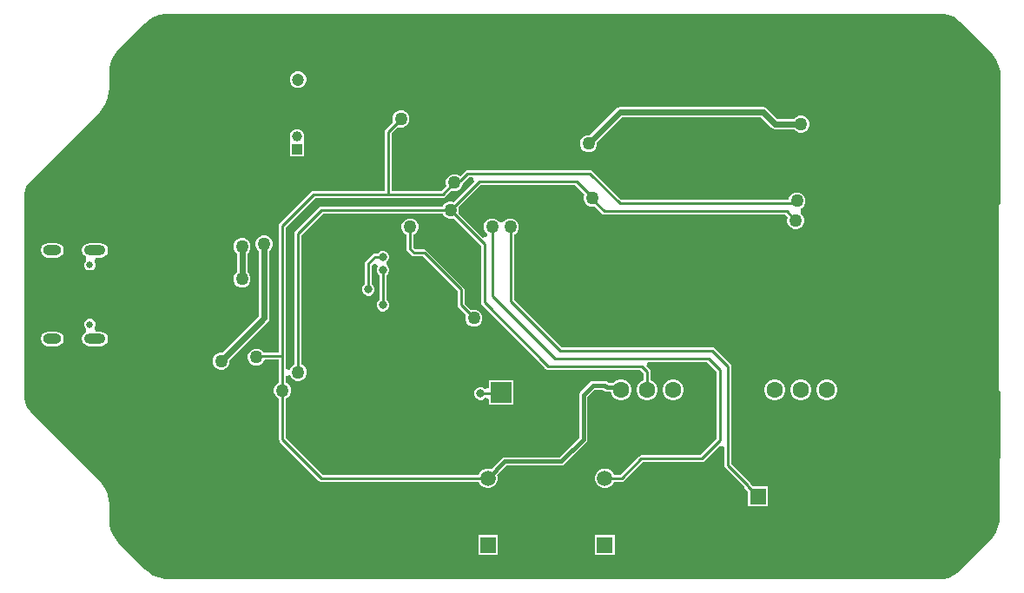
<source format=gbl>
G04*
G04 #@! TF.GenerationSoftware,Altium Limited,Altium Designer,23.2.1 (34)*
G04*
G04 Layer_Physical_Order=2*
G04 Layer_Color=16711680*
%FSLAX44Y44*%
%MOMM*%
G71*
G04*
G04 #@! TF.SameCoordinates,8496A63A-E985-4FE9-BA7E-BC2AAF8C8172*
G04*
G04*
G04 #@! TF.FilePolarity,Positive*
G04*
G01*
G75*
%ADD11C,0.2540*%
%ADD19R,2.0000X2.0000*%
%ADD101C,0.4000*%
%ADD102C,0.6000*%
%ADD104C,1.6000*%
%ADD105R,1.6000X1.6000*%
%ADD106C,1.5080*%
%ADD107R,1.5080X1.5080*%
%ADD108R,1.2000X1.2000*%
%ADD109C,1.2000*%
%ADD110O,2.1000X1.0000*%
%ADD111C,0.6500*%
%ADD112O,1.8000X1.0000*%
%ADD113C,1.0000*%
%ADD114R,1.0000X1.0000*%
%ADD115R,1.5500X1.5500*%
%ADD116C,1.5500*%
%ADD117C,0.8000*%
%ADD118C,1.2700*%
G36*
X1256714Y1169416D02*
X1259269D01*
X1264281Y1168419D01*
X1269003Y1166463D01*
X1273252Y1163624D01*
X1275059Y1161817D01*
X1305290Y1131586D01*
X1307468Y1129408D01*
X1310891Y1124286D01*
X1313248Y1118594D01*
X1314450Y1112552D01*
Y1109472D01*
Y983637D01*
X1313876Y983400D01*
X1313242Y981869D01*
Y802799D01*
X1313876Y801268D01*
X1314450Y801031D01*
Y737367D01*
X1313766Y733552D01*
X1313766Y733552D01*
X1313766Y733552D01*
Y678180D01*
Y675100D01*
X1312565Y669058D01*
X1310207Y663366D01*
X1307266Y658965D01*
X1304606Y656066D01*
X1304606D01*
X1304606Y656066D01*
X1274375Y625835D01*
X1272568Y624028D01*
X1268319Y621189D01*
X1263598Y619233D01*
X1258585Y618236D01*
X500094D01*
X494052Y619438D01*
X488360Y621795D01*
X483238Y625218D01*
X481060Y627396D01*
X454930Y653526D01*
X452752Y655704D01*
X449329Y660826D01*
X446972Y666518D01*
X445770Y672560D01*
Y675640D01*
Y691642D01*
X445619Y694707D01*
X444423Y700720D01*
X442077Y706384D01*
X438671Y711482D01*
X436610Y713756D01*
X436610Y713756D01*
X370404Y779962D01*
X368696Y781670D01*
X366012Y785687D01*
X364163Y790151D01*
X363220Y794890D01*
Y797306D01*
Y990346D01*
Y992762D01*
X364163Y997501D01*
X366012Y1001964D01*
X368696Y1005982D01*
X370404Y1007690D01*
X370404D01*
X436610Y1073896D01*
X438671Y1076170D01*
X442077Y1081268D01*
X444423Y1086932D01*
X445619Y1092945D01*
X445770Y1096010D01*
Y1112012D01*
Y1115092D01*
X446972Y1121134D01*
X449329Y1126826D01*
X452752Y1131948D01*
X454930Y1134126D01*
Y1134126D01*
X481060Y1160256D01*
X483238Y1162434D01*
X488360Y1165857D01*
X494052Y1168214D01*
X500094Y1169416D01*
X503174D01*
X1256714Y1169416D01*
D02*
G37*
%LPC*%
G36*
X631671Y1113226D02*
X628489D01*
X625548Y1112008D01*
X623298Y1109757D01*
X622080Y1106817D01*
Y1103634D01*
X623298Y1100694D01*
X625548Y1098444D01*
X628489Y1097226D01*
X631671D01*
X634612Y1098444D01*
X636862Y1100694D01*
X638080Y1103634D01*
Y1106817D01*
X636862Y1109757D01*
X634612Y1112008D01*
X631671Y1113226D01*
D02*
G37*
G36*
X731911Y1075150D02*
X728589D01*
X725520Y1073879D01*
X723171Y1071530D01*
X721900Y1068461D01*
Y1065139D01*
X722478Y1063743D01*
X715192Y1056458D01*
X714470Y1055376D01*
X714216Y1054100D01*
Y996474D01*
X645160D01*
X643884Y996220D01*
X642803Y995498D01*
X612323Y965017D01*
X611600Y963936D01*
X611346Y962660D01*
Y838994D01*
X596411D01*
X596359Y839120D01*
X594010Y841469D01*
X590941Y842740D01*
X587619D01*
X584550Y841469D01*
X582201Y839120D01*
X580930Y836051D01*
Y832729D01*
X582201Y829660D01*
X584550Y827311D01*
X587619Y826040D01*
X590941D01*
X594010Y827311D01*
X596359Y829660D01*
X597463Y832326D01*
X611346D01*
Y809625D01*
X610054Y809090D01*
X607705Y806741D01*
X606434Y803672D01*
Y800350D01*
X607705Y797281D01*
X610054Y794932D01*
X611450Y794354D01*
Y754276D01*
X611703Y753000D01*
X612426Y751919D01*
X650423Y713923D01*
X651504Y713200D01*
X652780Y712946D01*
X806139D01*
X806996Y710876D01*
X809680Y708192D01*
X813186Y706740D01*
X816982D01*
X820488Y708192D01*
X823172Y710876D01*
X824624Y714382D01*
Y718178D01*
X824075Y719503D01*
X833283Y728712D01*
X886460D01*
X886460Y728712D01*
X888021Y729022D01*
X889344Y729906D01*
X910934Y751496D01*
X910934Y751496D01*
X911818Y752819D01*
X912128Y754380D01*
X912128Y754380D01*
Y795871D01*
X919170Y802913D01*
X927191D01*
X928051Y802052D01*
X928051Y802052D01*
X929374Y801168D01*
X930935Y800858D01*
X934880D01*
Y800651D01*
X936402Y796975D01*
X939215Y794162D01*
X942891Y792640D01*
X946869D01*
X950545Y794162D01*
X953358Y796975D01*
X954880Y800651D01*
Y804629D01*
X953358Y808305D01*
X950545Y811118D01*
X946869Y812640D01*
X942891D01*
X939215Y811118D01*
X937112Y809014D01*
X932624D01*
X931764Y809875D01*
X930441Y810759D01*
X928880Y811069D01*
X928880Y811069D01*
X917481D01*
X917481Y811069D01*
X915920Y810759D01*
X914597Y809875D01*
X914597Y809875D01*
X905166Y800444D01*
X904282Y799121D01*
X903972Y797560D01*
X903972Y797560D01*
Y756069D01*
X884771Y736868D01*
X831594D01*
X831594Y736868D01*
X830033Y736558D01*
X828710Y735674D01*
X828710Y735674D01*
X818307Y725271D01*
X816982Y725820D01*
X813186D01*
X809680Y724368D01*
X806996Y721684D01*
X806139Y719614D01*
X654161D01*
X618118Y755657D01*
Y794354D01*
X619514Y794932D01*
X621862Y797281D01*
X623134Y800350D01*
Y803672D01*
X621862Y806741D01*
X619514Y809090D01*
X618014Y809711D01*
Y816513D01*
X622014Y817308D01*
X622945Y815061D01*
X625294Y812712D01*
X628363Y811441D01*
X631685D01*
X634754Y812712D01*
X637103Y815061D01*
X638374Y818130D01*
Y821452D01*
X637103Y824521D01*
X634754Y826870D01*
X633254Y827491D01*
Y953659D01*
X654161Y974566D01*
X770853D01*
X771431Y973170D01*
X773780Y970821D01*
X776849Y969550D01*
X780171D01*
X781567Y970128D01*
X808196Y943499D01*
Y887730D01*
X808450Y886454D01*
X809173Y885372D01*
X871403Y823142D01*
X872484Y822420D01*
X873760Y822166D01*
X963819D01*
X966946Y819039D01*
Y812083D01*
X964615Y811118D01*
X961802Y808305D01*
X960280Y804629D01*
Y800651D01*
X961802Y796975D01*
X964615Y794162D01*
X968291Y792640D01*
X972269D01*
X975945Y794162D01*
X978758Y796975D01*
X980280Y800651D01*
Y804629D01*
X978758Y808305D01*
X975945Y811118D01*
X973614Y812083D01*
Y820420D01*
X973360Y821696D01*
X972637Y822778D01*
X969629Y825786D01*
X971286Y829786D01*
X1028911D01*
X1038066Y820631D01*
Y754491D01*
X1022239Y738664D01*
X964575D01*
X963299Y738410D01*
X962217Y737688D01*
X944144Y719614D01*
X937928D01*
X937071Y721684D01*
X934387Y724368D01*
X930881Y725820D01*
X927086D01*
X923579Y724368D01*
X920896Y721684D01*
X919443Y718178D01*
Y714382D01*
X920896Y710876D01*
X923579Y708192D01*
X927086Y706740D01*
X930881D01*
X934387Y708192D01*
X937071Y710876D01*
X937928Y712946D01*
X945525D01*
X946801Y713200D01*
X947883Y713923D01*
X965956Y731996D01*
X1023620D01*
X1024896Y732250D01*
X1025977Y732972D01*
X1041686Y748681D01*
X1045686Y747024D01*
Y729010D01*
X1045940Y727735D01*
X1046663Y726653D01*
X1064859Y708456D01*
X1065093Y707281D01*
X1065816Y706199D01*
X1068480Y703535D01*
Y688750D01*
X1087980D01*
Y708250D01*
X1073195D01*
X1071487Y709958D01*
X1071253Y711133D01*
X1070531Y712215D01*
X1052354Y730391D01*
Y825426D01*
X1052100Y826702D01*
X1051377Y827783D01*
X1036063Y843098D01*
X1034982Y843820D01*
X1033706Y844074D01*
X886571D01*
X840264Y890381D01*
Y953733D01*
X841660Y954311D01*
X844009Y956660D01*
X845280Y959729D01*
Y963051D01*
X844009Y966120D01*
X841660Y968469D01*
X838591Y969740D01*
X835269D01*
X832200Y968469D01*
X830351Y966620D01*
X828040Y966340D01*
X825729Y966620D01*
X823880Y968469D01*
X820811Y969740D01*
X817489D01*
X814420Y968469D01*
X812071Y966120D01*
X810800Y963051D01*
Y959729D01*
X812071Y956660D01*
X814133Y954598D01*
X814222Y952647D01*
X814213Y952569D01*
X810012Y951113D01*
X786282Y974843D01*
X786860Y976239D01*
Y979561D01*
X786282Y980957D01*
X807831Y1002506D01*
X900319D01*
X909540Y993285D01*
X908590Y990991D01*
Y987669D01*
X909861Y984600D01*
X912210Y982251D01*
X915279Y980980D01*
X918601D01*
X919099Y981186D01*
X926012Y974273D01*
X927094Y973550D01*
X928370Y973296D01*
X1104561D01*
X1107055Y970235D01*
X1106710Y969401D01*
Y966079D01*
X1107981Y963010D01*
X1110330Y960661D01*
X1113399Y959390D01*
X1116721D01*
X1119790Y960661D01*
X1122139Y963010D01*
X1123410Y966079D01*
Y969401D01*
X1122139Y972470D01*
X1119790Y974819D01*
X1119745Y974837D01*
Y979167D01*
X1121060Y979711D01*
X1123409Y982060D01*
X1124680Y985129D01*
Y988451D01*
X1123409Y991520D01*
X1121060Y993869D01*
X1117991Y995140D01*
X1114669D01*
X1111600Y993869D01*
X1109251Y991520D01*
X1107980Y988451D01*
Y987584D01*
X944991D01*
X916758Y1015817D01*
X915676Y1016540D01*
X914400Y1016794D01*
X795238D01*
X793962Y1016540D01*
X792880Y1015817D01*
X787881Y1010818D01*
X787050Y1011649D01*
X783981Y1012920D01*
X780659D01*
X777590Y1011649D01*
X775241Y1009300D01*
X773970Y1006231D01*
Y1002909D01*
X774548Y1001513D01*
X769509Y996474D01*
X720884D01*
Y1052719D01*
X727193Y1059028D01*
X728589Y1058450D01*
X731911D01*
X734980Y1059721D01*
X737329Y1062070D01*
X738600Y1065139D01*
Y1068461D01*
X737329Y1071530D01*
X734980Y1073879D01*
X731911Y1075150D01*
D02*
G37*
G36*
X1083310Y1078248D02*
X943610D01*
X941659Y1077860D01*
X940005Y1076755D01*
X914270Y1051020D01*
X911469D01*
X908400Y1049749D01*
X906051Y1047400D01*
X904780Y1044331D01*
Y1041009D01*
X906051Y1037940D01*
X908400Y1035591D01*
X911469Y1034320D01*
X914791D01*
X917860Y1035591D01*
X920209Y1037940D01*
X921480Y1041009D01*
Y1043810D01*
X945722Y1068052D01*
X1081198D01*
X1091135Y1058115D01*
X1092789Y1057010D01*
X1094740Y1056622D01*
X1113429D01*
X1115410Y1054641D01*
X1118479Y1053370D01*
X1121801D01*
X1124870Y1054641D01*
X1127219Y1056990D01*
X1128490Y1060059D01*
Y1063381D01*
X1127219Y1066450D01*
X1124870Y1068799D01*
X1121801Y1070070D01*
X1118479D01*
X1115410Y1068799D01*
X1113429Y1066818D01*
X1096852D01*
X1086915Y1076755D01*
X1085261Y1077860D01*
X1083310Y1078248D01*
D02*
G37*
G36*
X630411Y1056752D02*
X627626D01*
X625053Y1055687D01*
X623084Y1053718D01*
X622019Y1051145D01*
Y1048360D01*
X622146Y1048052D01*
X622019Y1044052D01*
X622019D01*
Y1030052D01*
X636019D01*
Y1044052D01*
X636019D01*
X635891Y1048052D01*
X636019Y1048360D01*
Y1051145D01*
X634953Y1053718D01*
X632984Y1055687D01*
X630411Y1056752D01*
D02*
G37*
G36*
X394245Y945687D02*
X386245D01*
X383514Y945144D01*
X381198Y943597D01*
X379651Y941281D01*
X379108Y938550D01*
X379651Y935819D01*
X381198Y933503D01*
X383514Y931956D01*
X386245Y931413D01*
X394245D01*
X396976Y931956D01*
X399292Y933503D01*
X400839Y935819D01*
X401382Y938550D01*
X400839Y941281D01*
X399292Y943597D01*
X396976Y945144D01*
X394245Y945687D01*
D02*
G37*
G36*
X437545D02*
X426545D01*
X423814Y945144D01*
X421498Y943597D01*
X419951Y941281D01*
X419408Y938550D01*
X419951Y935819D01*
X421498Y933503D01*
X422920Y932553D01*
X423332Y931175D01*
X423502Y929319D01*
X423342Y927972D01*
X422594Y927224D01*
X421795Y925294D01*
Y923206D01*
X422594Y921276D01*
X424071Y919799D01*
X426001Y919000D01*
X428089D01*
X430019Y919799D01*
X431496Y921276D01*
X432295Y923206D01*
Y925294D01*
X431496Y927224D01*
X431307Y927413D01*
X432964Y931413D01*
X437545D01*
X440276Y931956D01*
X442592Y933503D01*
X444139Y935819D01*
X444682Y938550D01*
X444139Y941281D01*
X442592Y943597D01*
X440276Y945144D01*
X437545Y945687D01*
D02*
G37*
G36*
X576971Y950690D02*
X573649D01*
X570580Y949419D01*
X568231Y947070D01*
X566960Y944001D01*
Y940679D01*
X568231Y937610D01*
X570212Y935629D01*
Y917301D01*
X568231Y915320D01*
X566960Y912251D01*
Y908929D01*
X568231Y905860D01*
X570580Y903511D01*
X573649Y902240D01*
X576971D01*
X580040Y903511D01*
X582389Y905860D01*
X583660Y908929D01*
Y912251D01*
X582389Y915320D01*
X580408Y917301D01*
Y935629D01*
X582389Y937610D01*
X583660Y940679D01*
Y944001D01*
X582389Y947070D01*
X580040Y949419D01*
X576971Y950690D01*
D02*
G37*
G36*
X713663Y938180D02*
X711276D01*
X709071Y937267D01*
X707383Y935579D01*
X707357Y935514D01*
X704850D01*
X703574Y935260D01*
X702492Y934538D01*
X696143Y928187D01*
X695420Y927106D01*
X695166Y925830D01*
Y905543D01*
X695101Y905517D01*
X693413Y903829D01*
X692500Y901624D01*
Y899237D01*
X693413Y897031D01*
X695101Y895343D01*
X697307Y894430D01*
X699694D01*
X701899Y895343D01*
X703587Y897031D01*
X704500Y899237D01*
Y901624D01*
X703587Y903829D01*
X701899Y905517D01*
X701834Y905543D01*
Y923892D01*
X704938Y926613D01*
X705065Y926586D01*
X706358Y925026D01*
X707351Y922799D01*
X706470Y920674D01*
Y918287D01*
X707383Y916081D01*
X709071Y914393D01*
X709136Y914367D01*
Y890303D01*
X709071Y890277D01*
X707383Y888589D01*
X706470Y886384D01*
Y883997D01*
X707383Y881791D01*
X709071Y880103D01*
X711276Y879190D01*
X713663D01*
X715869Y880103D01*
X717557Y881791D01*
X718470Y883997D01*
Y886384D01*
X717557Y888589D01*
X715869Y890277D01*
X715804Y890303D01*
Y914367D01*
X715869Y914393D01*
X717557Y916081D01*
X718470Y918287D01*
Y920674D01*
X717557Y922879D01*
X717143Y923292D01*
X716292Y925830D01*
X717143Y928368D01*
X717557Y928781D01*
X718470Y930986D01*
Y933373D01*
X717557Y935579D01*
X715869Y937267D01*
X713663Y938180D01*
D02*
G37*
G36*
X740801Y969740D02*
X737479D01*
X734410Y968469D01*
X732061Y966120D01*
X730790Y963051D01*
Y959729D01*
X732061Y956660D01*
X734410Y954311D01*
X735806Y953733D01*
Y939800D01*
X736060Y938524D01*
X736783Y937442D01*
X740592Y933633D01*
X741674Y932910D01*
X742950Y932656D01*
X751729D01*
X785336Y899049D01*
Y885190D01*
X785590Y883914D01*
X786312Y882832D01*
X793598Y875547D01*
X793020Y874151D01*
Y870829D01*
X794291Y867760D01*
X796640Y865411D01*
X799709Y864140D01*
X803031D01*
X806100Y865411D01*
X808449Y867760D01*
X809720Y870829D01*
Y874151D01*
X808449Y877220D01*
X806100Y879569D01*
X803031Y880840D01*
X799709D01*
X798313Y880262D01*
X792004Y886571D01*
Y900430D01*
X791750Y901706D01*
X791028Y902787D01*
X755468Y938347D01*
X754386Y939070D01*
X753110Y939324D01*
X744331D01*
X742474Y941181D01*
Y953733D01*
X743870Y954311D01*
X746219Y956660D01*
X747490Y959729D01*
Y963051D01*
X746219Y966120D01*
X743870Y968469D01*
X740801Y969740D01*
D02*
G37*
G36*
X428089Y871700D02*
X426001D01*
X424071Y870901D01*
X422594Y869424D01*
X421795Y867494D01*
Y865406D01*
X422594Y863476D01*
X423342Y862728D01*
X423502Y861381D01*
X423332Y859525D01*
X422920Y858147D01*
X421498Y857197D01*
X419951Y854881D01*
X419408Y852150D01*
X419951Y849419D01*
X421498Y847103D01*
X423814Y845556D01*
X426545Y845013D01*
X437545D01*
X440276Y845556D01*
X442592Y847103D01*
X444139Y849419D01*
X444682Y852150D01*
X444139Y854881D01*
X442592Y857197D01*
X440276Y858744D01*
X437545Y859287D01*
X432964D01*
X431307Y863287D01*
X431496Y863476D01*
X432295Y865406D01*
Y867494D01*
X431496Y869424D01*
X430019Y870901D01*
X428089Y871700D01*
D02*
G37*
G36*
X394245Y859287D02*
X386245D01*
X383514Y858744D01*
X381198Y857197D01*
X379651Y854881D01*
X379108Y852150D01*
X379651Y849419D01*
X381198Y847103D01*
X383514Y845556D01*
X386245Y845013D01*
X394245D01*
X396976Y845556D01*
X399292Y847103D01*
X400839Y849419D01*
X401382Y852150D01*
X400839Y854881D01*
X399292Y857197D01*
X396976Y858744D01*
X394245Y859287D01*
D02*
G37*
G36*
X598561Y953230D02*
X595239D01*
X592170Y951959D01*
X589821Y949610D01*
X588550Y946541D01*
Y943219D01*
X589821Y940150D01*
X591802Y938169D01*
Y874602D01*
X556130Y838930D01*
X553329D01*
X550260Y837659D01*
X547911Y835310D01*
X546640Y832241D01*
Y828919D01*
X547911Y825850D01*
X550260Y823501D01*
X553329Y822230D01*
X556651D01*
X559720Y823501D01*
X562069Y825850D01*
X563340Y828919D01*
Y831720D01*
X600505Y868885D01*
X601610Y870539D01*
X601998Y872490D01*
Y938169D01*
X603979Y940150D01*
X605250Y943219D01*
Y946541D01*
X603979Y949610D01*
X601630Y951959D01*
X598561Y953230D01*
D02*
G37*
G36*
X840040Y812100D02*
X816040D01*
Y804221D01*
X815628Y803968D01*
X812040Y802995D01*
X811119Y803917D01*
X808913Y804830D01*
X806526D01*
X804321Y803917D01*
X802633Y802229D01*
X801720Y800023D01*
Y797636D01*
X802633Y795431D01*
X804321Y793743D01*
X806526Y792830D01*
X808913D01*
X811119Y793743D01*
X812040Y794665D01*
X815628Y793692D01*
X816040Y793438D01*
Y788100D01*
X840040D01*
Y812100D01*
D02*
G37*
G36*
X1147529Y812640D02*
X1143551D01*
X1139875Y811118D01*
X1137062Y808305D01*
X1135540Y804629D01*
Y800651D01*
X1137062Y796975D01*
X1139875Y794162D01*
X1143551Y792640D01*
X1147529D01*
X1151205Y794162D01*
X1154018Y796975D01*
X1155540Y800651D01*
Y804629D01*
X1154018Y808305D01*
X1151205Y811118D01*
X1147529Y812640D01*
D02*
G37*
G36*
X1122129D02*
X1118151D01*
X1114475Y811118D01*
X1111662Y808305D01*
X1110140Y804629D01*
Y800651D01*
X1111662Y796975D01*
X1114475Y794162D01*
X1118151Y792640D01*
X1122129D01*
X1125805Y794162D01*
X1128618Y796975D01*
X1130140Y800651D01*
Y804629D01*
X1128618Y808305D01*
X1125805Y811118D01*
X1122129Y812640D01*
D02*
G37*
G36*
X1096729D02*
X1092751D01*
X1089075Y811118D01*
X1086262Y808305D01*
X1084740Y804629D01*
Y800651D01*
X1086262Y796975D01*
X1089075Y794162D01*
X1092751Y792640D01*
X1096729D01*
X1100405Y794162D01*
X1103218Y796975D01*
X1104740Y800651D01*
Y804629D01*
X1103218Y808305D01*
X1100405Y811118D01*
X1096729Y812640D01*
D02*
G37*
G36*
X997669D02*
X993691D01*
X990015Y811118D01*
X987202Y808305D01*
X985680Y804629D01*
Y800651D01*
X987202Y796975D01*
X990015Y794162D01*
X993691Y792640D01*
X997669D01*
X1001345Y794162D01*
X1004158Y796975D01*
X1005680Y800651D01*
Y804629D01*
X1004158Y808305D01*
X1001345Y811118D01*
X997669Y812640D01*
D02*
G37*
G36*
X938523Y660820D02*
X919443D01*
Y641740D01*
X938523D01*
Y660820D01*
D02*
G37*
G36*
X824624D02*
X805544D01*
Y641740D01*
X824624D01*
Y660820D01*
D02*
G37*
%LPD*%
G36*
X802021Y1006126D02*
X781567Y985672D01*
X780171Y986250D01*
X776849D01*
X773780Y984979D01*
X771431Y982630D01*
X770853Y981234D01*
X652780D01*
X651504Y980980D01*
X650423Y980257D01*
X627562Y957398D01*
X626840Y956316D01*
X626586Y955040D01*
Y827405D01*
X625294Y826870D01*
X622945Y824521D01*
X622014Y822273D01*
X618014Y823069D01*
Y835660D01*
Y961279D01*
X646541Y989806D01*
X770890D01*
X772166Y990060D01*
X773248Y990782D01*
X779263Y996798D01*
X780659Y996220D01*
X783981D01*
X787050Y997491D01*
X789399Y999840D01*
X790670Y1002909D01*
Y1004177D01*
X796619Y1010126D01*
X800364D01*
X802021Y1006126D01*
D02*
G37*
D11*
X807720Y798830D02*
X826770D01*
X828040Y800100D01*
X1068173Y708557D02*
Y709857D01*
Y708557D02*
X1078230Y698500D01*
X836930Y889000D02*
Y961390D01*
Y889000D02*
X885190Y840740D01*
X1033706D01*
X1049020Y825426D01*
Y729010D02*
Y825426D01*
Y729010D02*
X1068173Y709857D01*
X928983Y716280D02*
X945525D01*
X964575Y735330D02*
X1023620D01*
X945525Y716280D02*
X964575Y735330D01*
X819150Y894080D02*
Y961390D01*
Y894080D02*
X880110Y833120D01*
X1030292D01*
X1041400Y822012D01*
Y753110D02*
Y822012D01*
X1023620Y735330D02*
X1041400Y753110D01*
X826770Y798830D02*
X828040Y800100D01*
X916940Y989330D02*
Y990600D01*
Y988060D02*
Y989330D01*
Y988060D02*
X928370Y976630D01*
X901700Y1005840D02*
X916940Y990600D01*
X806450Y1005840D02*
X901700D01*
X928370Y976630D02*
X1106170D01*
X717550Y993140D02*
X770890D01*
X645160D02*
X717550D01*
Y1054100D01*
X730250Y1066800D01*
X712470Y885190D02*
Y919480D01*
X590550Y835660D02*
X614680D01*
X589280Y834390D02*
X590550Y835660D01*
X1106170Y976630D02*
X1115060Y967740D01*
X778510Y977900D02*
X806450Y1005840D01*
X914400Y1013460D02*
X943610Y984250D01*
X795238Y1013460D02*
X914400D01*
X788292Y1006514D02*
X795238Y1013460D01*
X873760Y825500D02*
X965200D01*
X811530Y887730D02*
X873760Y825500D01*
X811530Y887730D02*
Y944880D01*
X970280Y802640D02*
Y820420D01*
X965200Y825500D02*
X970280Y820420D01*
X778510Y977900D02*
X811530Y944880D01*
X742950Y935990D02*
X753110D01*
X788670Y900430D01*
X739140Y939800D02*
X742950Y935990D01*
X739140Y939800D02*
Y961390D01*
X788670Y885190D02*
X801370Y872490D01*
X788670Y885190D02*
Y900430D01*
X652780Y977900D02*
X778510D01*
X1114386Y984846D02*
X1116330Y986790D01*
X1109762Y984250D02*
X1110358Y984846D01*
X943610Y984250D02*
X1109762D01*
X1110358Y984846D02*
X1114386D01*
X770890Y993140D02*
X782320Y1004570D01*
X614680Y962660D02*
X645160Y993140D01*
X782320Y1004570D02*
X784264Y1006514D01*
X629920Y955040D02*
X652780Y977900D01*
X614784Y754276D02*
X652780Y716280D01*
X815084D01*
X614784Y754276D02*
Y802011D01*
X784264Y1006514D02*
X788292D01*
X614680Y802115D02*
Y835660D01*
Y962660D01*
Y802115D02*
X614784Y802011D01*
X629920Y819895D02*
Y955040D01*
Y819895D02*
X630024Y819791D01*
X698500Y900430D02*
Y925830D01*
X704850Y932180D02*
X712470D01*
X698500Y925830D02*
X704850Y932180D01*
D19*
X828040Y800100D02*
D03*
D101*
X928880Y806991D02*
X930935Y804936D01*
X942584D01*
X944880Y802640D01*
X917481Y806991D02*
X928880D01*
X908050Y797560D02*
X917481Y806991D01*
X908050Y754380D02*
Y797560D01*
X886460Y732790D02*
X908050Y754380D01*
X831594Y732790D02*
X886460D01*
X815084Y716280D02*
X831594Y732790D01*
D102*
X554990Y830580D02*
X596900Y872490D01*
Y944880D01*
X1083310Y1073150D02*
X1094740Y1061720D01*
X1120140D01*
X943610Y1073150D02*
X1083310D01*
X913130Y1042670D02*
X943610Y1073150D01*
X575310Y910590D02*
Y942340D01*
D104*
X1145540Y802640D02*
D03*
X1120140D02*
D03*
X1094740D02*
D03*
X944880D02*
D03*
X970280D02*
D03*
X995680D02*
D03*
D105*
X1069340D02*
D03*
X1021080D02*
D03*
D106*
X973983Y716280D02*
D03*
Y651280D02*
D03*
X928983Y716280D02*
D03*
X815084D02*
D03*
X860084Y651280D02*
D03*
Y716280D02*
D03*
D107*
X928983Y651280D02*
D03*
X815084D02*
D03*
D108*
X650080Y1105226D02*
D03*
D109*
X630080D02*
D03*
D110*
X432045Y852150D02*
D03*
Y938550D02*
D03*
D111*
X427045Y924250D02*
D03*
Y866450D02*
D03*
D112*
X390245Y938550D02*
D03*
Y852150D02*
D03*
D113*
X629019Y1049752D02*
D03*
X1080000Y720000D02*
D03*
X1280000Y1120000D02*
D03*
Y1040000D02*
D03*
Y880000D02*
D03*
X1300000Y680000D02*
D03*
X1240000Y1120000D02*
D03*
Y880000D02*
D03*
X1260000Y680000D02*
D03*
X1240000Y640000D02*
D03*
X1220000Y920000D02*
D03*
Y680000D02*
D03*
X1200000Y640000D02*
D03*
X1160000Y880000D02*
D03*
Y640000D02*
D03*
X1140000Y760000D02*
D03*
X1120000Y720000D02*
D03*
X1140000Y680000D02*
D03*
X1120000Y640000D02*
D03*
X1080000Y880000D02*
D03*
X1100000Y680000D02*
D03*
X1080000Y640000D02*
D03*
X1040000Y720000D02*
D03*
X1060000Y680000D02*
D03*
X1040000Y640000D02*
D03*
X1020000Y760000D02*
D03*
X980000Y920000D02*
D03*
X760000Y640000D02*
D03*
X720000D02*
D03*
X700000Y1080000D02*
D03*
X680000Y640000D02*
D03*
X520000D02*
D03*
X480000Y1120000D02*
D03*
X440000Y1040000D02*
D03*
Y800000D02*
D03*
X460000Y760000D02*
D03*
Y680000D02*
D03*
X400000Y880000D02*
D03*
X420000Y760000D02*
D03*
X772160Y863600D02*
D03*
D114*
X629019Y1037052D02*
D03*
D115*
X1078230Y698500D02*
D03*
D116*
X1154430D02*
D03*
D117*
X807720Y798830D02*
D03*
X1308100Y963930D02*
D03*
X712470Y919480D02*
D03*
Y885190D02*
D03*
X698500Y900430D02*
D03*
X712470Y932180D02*
D03*
D118*
X511810Y924560D02*
D03*
X916940Y989330D02*
D03*
X730250Y1066800D02*
D03*
X1219200Y896620D02*
D03*
X1205230Y1121410D02*
D03*
X1177290Y1117600D02*
D03*
X1231900Y974090D02*
D03*
X1202690D02*
D03*
X1281430Y1068070D02*
D03*
X648970Y844550D02*
D03*
X478790Y811530D02*
D03*
X565150Y726440D02*
D03*
X906780Y900430D02*
D03*
X889000D02*
D03*
X783590Y928370D02*
D03*
X1289050Y1026160D02*
D03*
Y999490D02*
D03*
X589280Y834390D02*
D03*
X547370Y848360D02*
D03*
X492760Y829310D02*
D03*
X565150Y876300D02*
D03*
X848360Y988060D02*
D03*
X783590Y777240D02*
D03*
X736600Y848360D02*
D03*
Y833120D02*
D03*
X754380Y755650D02*
D03*
X725170Y756920D02*
D03*
X697230D02*
D03*
X632460Y797560D02*
D03*
X979170Y965200D02*
D03*
X1028700Y892810D02*
D03*
X836930Y961390D02*
D03*
X819150D02*
D03*
X554990Y830580D02*
D03*
X778510Y977900D02*
D03*
X739140Y961390D02*
D03*
X801370Y872490D02*
D03*
X1120140Y1061720D02*
D03*
X963930Y1094740D02*
D03*
X913130Y1042670D02*
D03*
X575310Y942340D02*
D03*
Y910590D02*
D03*
X596900Y944880D02*
D03*
X1068070Y1141730D02*
D03*
X1115060Y967740D02*
D03*
X1116330Y986790D02*
D03*
X1071185Y1007128D02*
D03*
X782320Y1004570D02*
D03*
X690880Y1125220D02*
D03*
X457200Y840740D02*
D03*
X454660Y955040D02*
D03*
X586740Y1117600D02*
D03*
Y1092200D02*
D03*
X581660Y994410D02*
D03*
X565150Y1092200D02*
D03*
X614784Y802011D02*
D03*
X630024Y819791D02*
D03*
X651510Y897890D02*
D03*
M02*

</source>
